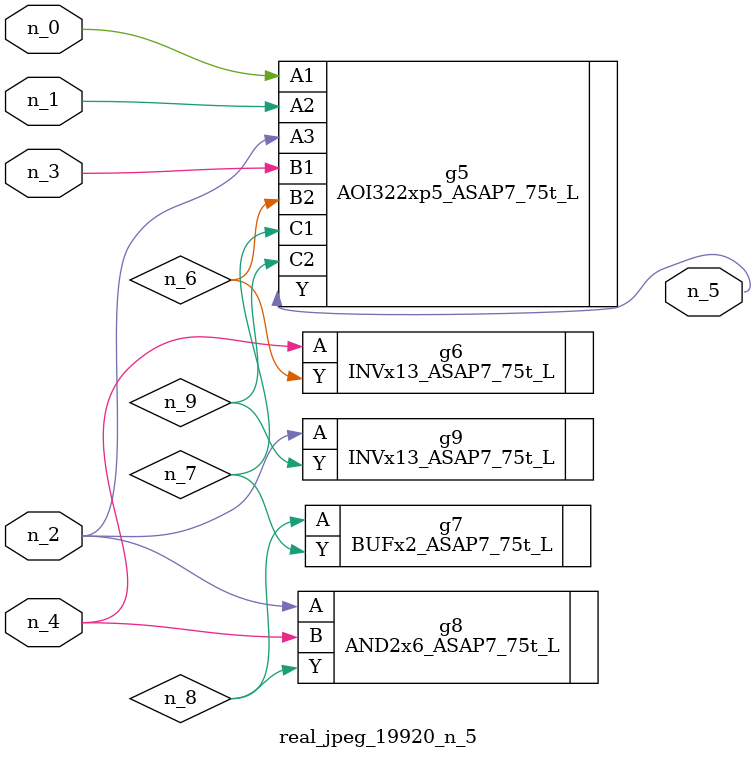
<source format=v>
module real_jpeg_19920_n_5 (n_4, n_0, n_1, n_2, n_3, n_5);

input n_4;
input n_0;
input n_1;
input n_2;
input n_3;

output n_5;

wire n_8;
wire n_6;
wire n_7;
wire n_9;

AOI322xp5_ASAP7_75t_L g5 ( 
.A1(n_0),
.A2(n_1),
.A3(n_2),
.B1(n_3),
.B2(n_6),
.C1(n_7),
.C2(n_9),
.Y(n_5)
);

AND2x6_ASAP7_75t_L g8 ( 
.A(n_2),
.B(n_4),
.Y(n_8)
);

INVx13_ASAP7_75t_L g9 ( 
.A(n_2),
.Y(n_9)
);

INVx13_ASAP7_75t_L g6 ( 
.A(n_4),
.Y(n_6)
);

BUFx2_ASAP7_75t_L g7 ( 
.A(n_8),
.Y(n_7)
);


endmodule
</source>
